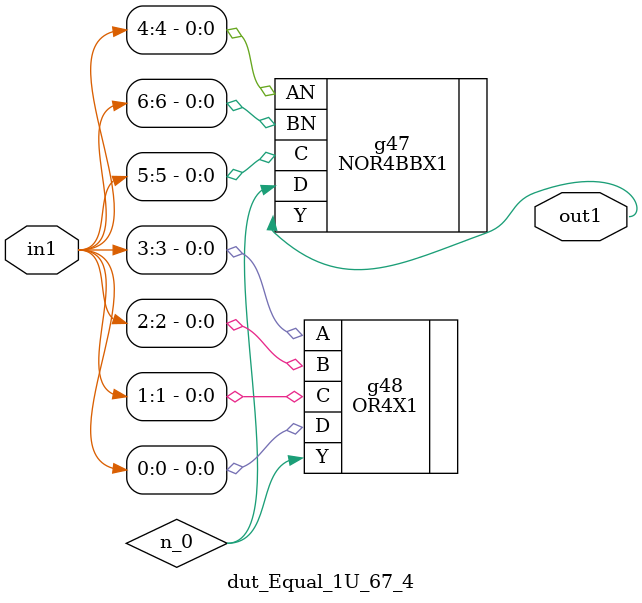
<source format=v>
`timescale 1ps / 1ps


module dut_Equal_1U_67_4(in1, out1);
  input [6:0] in1;
  output out1;
  wire [6:0] in1;
  wire out1;
  wire n_0;
  NOR4BBX1 g47(.AN (in1[4]), .BN (in1[6]), .C (in1[5]), .D (n_0), .Y
       (out1));
  OR4X1 g48(.A (in1[3]), .B (in1[2]), .C (in1[1]), .D (in1[0]), .Y
       (n_0));
endmodule



</source>
